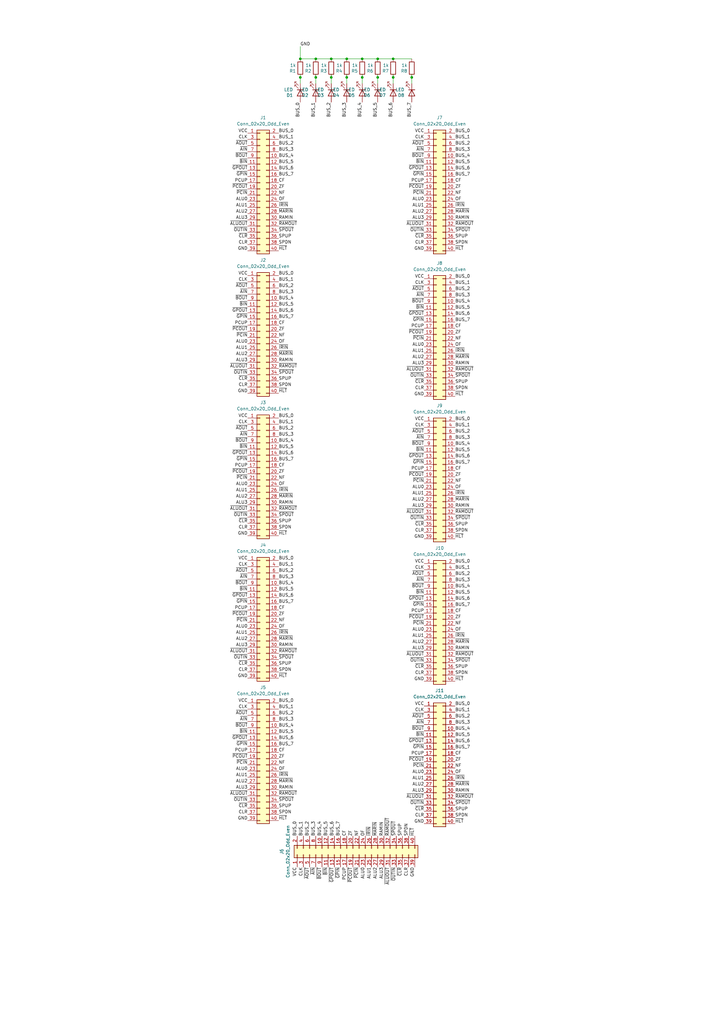
<source format=kicad_sch>
(kicad_sch (version 20211123) (generator eeschema)
  (paper "A3" portrait)
  (lib_symbols
    (symbol "Connector_Generic:Conn_02x20_Odd_Even" (pin_names (offset 1.016) hide)
      (property "Reference" "J" (at 1.27 25.4 0))
      (property "Value" "Conn_02x20_Odd_Even" (at 1.27 -27.94 0))
      (symbol "Conn_02x20_Odd_Even_1_1"
        (rectangle (start -1.27 -25.273) (end 0 -25.527) (stroke (width 0.1524)))
        (rectangle (start -1.27 -22.733) (end 0 -22.987) (stroke (width 0.1524)))
        (rectangle (start -1.27 -20.193) (end 0 -20.447) (stroke (width 0.1524)))
        (rectangle (start -1.27 -17.653) (end 0 -17.907) (stroke (width 0.1524)))
        (rectangle (start -1.27 -15.113) (end 0 -15.367) (stroke (width 0.1524)))
        (rectangle (start -1.27 -12.573) (end 0 -12.827) (stroke (width 0.1524)))
        (rectangle (start -1.27 -10.033) (end 0 -10.287) (stroke (width 0.1524)))
        (rectangle (start -1.27 -7.493) (end 0 -7.747) (stroke (width 0.1524)))
        (rectangle (start -1.27 -4.953) (end 0 -5.207) (stroke (width 0.1524)))
        (rectangle (start -1.27 -2.413) (end 0 -2.667) (stroke (width 0.1524)))
        (rectangle (start -1.27 0.127) (end 0 -0.127) (stroke (width 0.1524)))
        (rectangle (start -1.27 2.667) (end 0 2.413) (stroke (width 0.1524)))
        (rectangle (start -1.27 5.207) (end 0 4.953) (stroke (width 0.1524)))
        (rectangle (start -1.27 7.747) (end 0 7.493) (stroke (width 0.1524)))
        (rectangle (start -1.27 10.287) (end 0 10.033) (stroke (width 0.1524)))
        (rectangle (start -1.27 12.827) (end 0 12.573) (stroke (width 0.1524)))
        (rectangle (start -1.27 15.367) (end 0 15.113) (stroke (width 0.1524)))
        (rectangle (start -1.27 17.907) (end 0 17.653) (stroke (width 0.1524)))
        (rectangle (start -1.27 20.447) (end 0 20.193) (stroke (width 0.1524)))
        (rectangle (start -1.27 22.987) (end 0 22.733) (stroke (width 0.1524)))
        (rectangle (start -1.27 24.13) (end 3.81 -26.67) (stroke (width 0.254)) (fill (type background)))
        (rectangle (start 3.81 -25.273) (end 2.54 -25.527) (stroke (width 0.1524)))
        (rectangle (start 3.81 -22.733) (end 2.54 -22.987) (stroke (width 0.1524)))
        (rectangle (start 3.81 -20.193) (end 2.54 -20.447) (stroke (width 0.1524)))
        (rectangle (start 3.81 -17.653) (end 2.54 -17.907) (stroke (width 0.1524)))
        (rectangle (start 3.81 -15.113) (end 2.54 -15.367) (stroke (width 0.1524)))
        (rectangle (start 3.81 -12.573) (end 2.54 -12.827) (stroke (width 0.1524)))
        (rectangle (start 3.81 -10.033) (end 2.54 -10.287) (stroke (width 0.1524)))
        (rectangle (start 3.81 -7.493) (end 2.54 -7.747) (stroke (width 0.1524)))
        (rectangle (start 3.81 -4.953) (end 2.54 -5.207) (stroke (width 0.1524)))
        (rectangle (start 3.81 -2.413) (end 2.54 -2.667) (stroke (width 0.1524)))
        (rectangle (start 3.81 0.127) (end 2.54 -0.127) (stroke (width 0.1524)))
        (rectangle (start 3.81 2.667) (end 2.54 2.413) (stroke (width 0.1524)))
        (rectangle (start 3.81 5.207) (end 2.54 4.953) (stroke (width 0.1524)))
        (rectangle (start 3.81 7.747) (end 2.54 7.493) (stroke (width 0.1524)))
        (rectangle (start 3.81 10.287) (end 2.54 10.033) (stroke (width 0.1524)))
        (rectangle (start 3.81 12.827) (end 2.54 12.573) (stroke (width 0.1524)))
        (rectangle (start 3.81 15.367) (end 2.54 15.113) (stroke (width 0.1524)))
        (rectangle (start 3.81 17.907) (end 2.54 17.653) (stroke (width 0.1524)))
        (rectangle (start 3.81 20.447) (end 2.54 20.193) (stroke (width 0.1524)))
        (rectangle (start 3.81 22.987) (end 2.54 22.733) (stroke (width 0.1524)))
        (pin passive line (at -5.08 22.86 0) (length 3.81) (name "Pin_1") (number "1"))
        (pin passive line (at 7.62 12.7 180) (length 3.81) (name "Pin_10") (number "10"))
        (pin passive line (at -5.08 10.16 0) (length 3.81) (name "Pin_11") (number "11"))
        (pin passive line (at 7.62 10.16 180) (length 3.81) (name "Pin_12") (number "12"))
        (pin passive line (at -5.08 7.62 0) (length 3.81) (name "Pin_13") (number "13"))
        (pin passive line (at 7.62 7.62 180) (length 3.81) (name "Pin_14") (number "14"))
        (pin passive line (at -5.08 5.08 0) (length 3.81) (name "Pin_15") (number "15"))
        (pin passive line (at 7.62 5.08 180) (length 3.81) (name "Pin_16") (number "16"))
        (pin passive line (at -5.08 2.54 0) (length 3.81) (name "Pin_17") (number "17"))
        (pin passive line (at 7.62 2.54 180) (length 3.81) (name "Pin_18") (number "18"))
        (pin passive line (at -5.08 0 0) (length 3.81) (name "Pin_19") (number "19"))
        (pin passive line (at 7.62 22.86 180) (length 3.81) (name "Pin_2") (number "2"))
        (pin passive line (at 7.62 0 180) (length 3.81) (name "Pin_20") (number "20"))
        (pin passive line (at -5.08 -2.54 0) (length 3.81) (name "Pin_21") (number "21"))
        (pin passive line (at 7.62 -2.54 180) (length 3.81) (name "Pin_22") (number "22"))
        (pin passive line (at -5.08 -5.08 0) (length 3.81) (name "Pin_23") (number "23"))
        (pin passive line (at 7.62 -5.08 180) (length 3.81) (name "Pin_24") (number "24"))
        (pin passive line (at -5.08 -7.62 0) (length 3.81) (name "Pin_25") (number "25"))
        (pin passive line (at 7.62 -7.62 180) (length 3.81) (name "Pin_26") (number "26"))
        (pin passive line (at -5.08 -10.16 0) (length 3.81) (name "Pin_27") (number "27"))
        (pin passive line (at 7.62 -10.16 180) (length 3.81) (name "Pin_28") (number "28"))
        (pin passive line (at -5.08 -12.7 0) (length 3.81) (name "Pin_29") (number "29"))
        (pin passive line (at -5.08 20.32 0) (length 3.81) (name "Pin_3") (number "3"))
        (pin passive line (at 7.62 -12.7 180) (length 3.81) (name "Pin_30") (number "30"))
        (pin passive line (at -5.08 -15.24 0) (length 3.81) (name "Pin_31") (number "31"))
        (pin passive line (at 7.62 -15.24 180) (length 3.81) (name "Pin_32") (number "32"))
        (pin passive line (at -5.08 -17.78 0) (length 3.81) (name "Pin_33") (number "33"))
        (pin passive line (at 7.62 -17.78 180) (length 3.81) (name "Pin_34") (number "34"))
        (pin passive line (at -5.08 -20.32 0) (length 3.81) (name "Pin_35") (number "35"))
        (pin passive line (at 7.62 -20.32 180) (length 3.81) (name "Pin_36") (number "36"))
        (pin passive line (at -5.08 -22.86 0) (length 3.81) (name "Pin_37") (number "37"))
        (pin passive line (at 7.62 -22.86 180) (length 3.81) (name "Pin_38") (number "38"))
        (pin passive line (at -5.08 -25.4 0) (length 3.81) (name "Pin_39") (number "39"))
        (pin passive line (at 7.62 20.32 180) (length 3.81) (name "Pin_4") (number "4"))
        (pin passive line (at 7.62 -25.4 180) (length 3.81) (name "Pin_40") (number "40"))
        (pin passive line (at -5.08 17.78 0) (length 3.81) (name "Pin_5") (number "5"))
        (pin passive line (at 7.62 17.78 180) (length 3.81) (name "Pin_6") (number "6"))
        (pin passive line (at -5.08 15.24 0) (length 3.81) (name "Pin_7") (number "7"))
        (pin passive line (at 7.62 15.24 180) (length 3.81) (name "Pin_8") (number "8"))
        (pin passive line (at -5.08 12.7 0) (length 3.81) (name "Pin_9") (number "9"))
      )
    )
    (symbol "Device:LED" (pin_numbers hide) (pin_names (offset 1.016) hide)
      (property "Reference" "D" (at 0 2.54 0))
      (property "Value" "LED" (at 0 -2.54 0))
      (symbol "LED_0_1"
        (polyline (pts (xy -1.27 -1.27) (xy -1.27 1.27)) (stroke (width 0.254)))
        (polyline (pts (xy -1.27 0) (xy 1.27 0)))
        (polyline (pts (xy 1.27 -1.27) (xy 1.27 1.27) (xy -1.27 0) (xy 1.27 -1.27)) (stroke (width 0.254)))
        (polyline (pts (xy -3.048 -0.762) (xy -4.572 -2.286) (xy -3.81 -2.286) (xy -4.572 -2.286) (xy -4.572 -1.524)))
        (polyline (pts (xy -1.778 -0.762) (xy -3.302 -2.286) (xy -2.54 -2.286) (xy -3.302 -2.286) (xy -3.302 -1.524)))
      )
      (symbol "LED_1_1"
        (pin passive line (at -3.81 0 0) (length 2.54) (name "K") (number "1"))
        (pin passive line (at 3.81 0 180) (length 2.54) (name "A") (number "2"))
      )
    )
    (symbol "Device:R" (pin_numbers hide) (pin_names (offset 0))
      (property "Reference" "R" (at 2.032 0 90))
      (property "Value" "R" (at 0 0 90))
      (symbol "R_0_1"
        (rectangle (start -1.016 -2.54) (end 1.016 2.54) (stroke (width 0.254)))
      )
      (symbol "R_1_1"
        (pin passive line (at 0 3.81 270) (length 1.27) (name "~") (number "1"))
        (pin passive line (at 0 -3.81 90) (length 1.27) (name "~") (number "2"))
      )
    )
  )
  (junction (at 142.24 24.13))
  (junction (at 142.24 31.75))
  (junction (at 135.89 31.75))
  (junction (at 154.94 31.75))
  (junction (at 148.59 24.13))
  (junction (at 135.89 24.13))
  (junction (at 129.54 31.75))
  (junction (at 168.91 31.75))
  (junction (at 123.19 24.13))
  (junction (at 161.29 24.13))
  (junction (at 129.54 24.13))
  (junction (at 148.59 31.75))
  (junction (at 123.19 31.75))
  (junction (at 154.94 24.13))
  (junction (at 161.29 31.75))
  (wire (pts (xy 135.89 24.13) (xy 129.54 24.13)))
  (wire (pts (xy 168.91 30.48) (xy 168.91 31.75)))
  (wire (pts (xy 161.29 24.13) (xy 154.94 24.13)))
  (wire (pts (xy 148.59 31.75) (xy 148.59 34.29)))
  (wire (pts (xy 123.19 24.13) (xy 123.19 19.05)))
  (wire (pts (xy 129.54 30.48) (xy 129.54 31.75)))
  (wire (pts (xy 154.94 31.75) (xy 154.94 34.29)))
  (wire (pts (xy 129.54 31.75) (xy 129.54 34.29)))
  (wire (pts (xy 123.19 31.75) (xy 123.19 34.29)))
  (wire (pts (xy 168.91 24.13) (xy 161.29 24.13)))
  (wire (pts (xy 161.29 30.48) (xy 161.29 31.75)))
  (wire (pts (xy 148.59 24.13) (xy 142.24 24.13)))
  (wire (pts (xy 161.29 31.75) (xy 161.29 34.29)))
  (wire (pts (xy 135.89 30.48) (xy 135.89 31.75)))
  (wire (pts (xy 123.19 30.48) (xy 123.19 31.75)))
  (wire (pts (xy 142.24 31.75) (xy 142.24 34.29)))
  (wire (pts (xy 142.24 30.48) (xy 142.24 31.75)))
  (wire (pts (xy 148.59 30.48) (xy 148.59 31.75)))
  (wire (pts (xy 129.54 24.13) (xy 123.19 24.13)))
  (wire (pts (xy 168.91 31.75) (xy 168.91 34.29)))
  (wire (pts (xy 154.94 30.48) (xy 154.94 31.75)))
  (wire (pts (xy 154.94 24.13) (xy 148.59 24.13)))
  (wire (pts (xy 135.89 31.75) (xy 135.89 34.29)))
  (wire (pts (xy 142.24 24.13) (xy 135.89 24.13)))
  (label "NF" (at 114.3 255.27 0))
  (label "BUS_6" (at 161.29 41.91 270))
  (label "ALU0" (at 101.6 199.39 180))
  (label "~{RAMOUT}" (at 186.69 92.71 0))
  (label "CLR" (at 173.99 335.28 180))
  (label "~{MARIN}" (at 114.3 204.47 0))
  (label "~{BIN}" (at 173.99 67.31 180))
  (label "~{PCIN}" (at 173.99 198.12 180))
  (label "BUS_6" (at 137.16 342.9 90))
  (label "BUS_1" (at 186.69 116.84 0))
  (label "~{ALUOUT}" (at 101.6 326.39 180))
  (label "~{ALUOUT}" (at 173.99 152.4 180))
  (label "CLR" (at 101.6 217.17 180))
  (label "BUS_0" (at 186.69 289.56 0))
  (label "SPDN" (at 114.3 217.17 0))
  (label "ZF" (at 114.3 135.89 0))
  (label "ALU0" (at 173.99 259.08 180))
  (label "BUS_7" (at 114.3 306.07 0))
  (label "~{BOUT}" (at 173.99 64.77 180))
  (label "RAMIN" (at 114.3 148.59 0))
  (label "BUS_7" (at 114.3 189.23 0))
  (label "~{ALUOUT}" (at 173.99 327.66 180))
  (label "BUS_4" (at 186.69 241.3 0))
  (label "BUS_4" (at 114.3 298.45 0))
  (label "ZF" (at 114.3 252.73 0))
  (label "RAMIN" (at 186.69 266.7 0))
  (label "BUS_7" (at 114.3 247.65 0))
  (label "RAMIN" (at 114.3 265.43 0))
  (label "ZF" (at 114.3 194.31 0))
  (label "~{OUTIN}" (at 101.6 95.25 180))
  (label "BUS_5" (at 186.69 67.31 0))
  (label "~{CLR}" (at 101.6 331.47 180))
  (label "BUS_7" (at 186.69 190.5 0))
  (label "~{GPIN}" (at 173.99 190.5 180))
  (label "NF" (at 114.3 196.85 0))
  (label "BUS_1" (at 114.3 57.15 0))
  (label "~{RAMOUT}" (at 186.69 152.4 0))
  (label "~{RAMOUT}" (at 160.02 342.9 90))
  (label "BUS_7" (at 168.91 41.91 270))
  (label "~{GPOUT}" (at 137.16 355.6 270))
  (label "NF" (at 147.32 342.9 90))
  (label "BUS_7" (at 186.69 132.08 0))
  (label "~{RAMOUT}" (at 114.3 267.97 0))
  (label "~{AOUT}" (at 101.6 118.11 180))
  (label "PCUP" (at 101.6 74.93 180))
  (label "BUS_5" (at 114.3 184.15 0))
  (label "~{BOUT}" (at 173.99 299.72 180))
  (label "BUS_7" (at 114.3 72.39 0))
  (label "~{PCIN}" (at 147.32 355.6 270))
  (label "BUS_1" (at 186.69 292.1 0))
  (label "~{OUTIN}" (at 162.56 355.6 270))
  (label "PCUP" (at 173.99 74.93 180))
  (label "~{IRIN}" (at 114.3 143.51 0))
  (label "BUS_0" (at 114.3 54.61 0))
  (label "ALU2" (at 101.6 321.31 180))
  (label "BUS_2" (at 186.69 294.64 0))
  (label "NF" (at 186.69 256.54 0))
  (label "~{GPOUT}" (at 173.99 246.38 180))
  (label "ALU1" (at 173.99 320.04 180))
  (label "ALU3" (at 101.6 265.43 180))
  (label "GND" (at 173.99 220.98 180))
  (label "BUS_3" (at 186.69 121.92 0))
  (label "~{SPOUT}" (at 162.56 342.9 90))
  (label "ALU3" (at 101.6 207.01 180))
  (label "~{GPIN}" (at 101.6 247.65 180))
  (label "~{MARIN}" (at 114.3 146.05 0))
  (label "RAMIN" (at 186.69 325.12 0))
  (label "BUS_5" (at 114.3 125.73 0))
  (label "GND" (at 170.18 355.6 270))
  (label "CF" (at 114.3 191.77 0))
  (label "ALU3" (at 173.99 266.7 180))
  (label "~{ALUOUT}" (at 173.99 92.71 180))
  (label "~{GPOUT}" (at 173.99 69.85 180))
  (label "~{GPOUT}" (at 101.6 303.53 180))
  (label "GND" (at 101.6 102.87 180))
  (label "PCUP" (at 101.6 191.77 180))
  (label "ALU3" (at 157.48 355.6 270))
  (label "CF" (at 186.69 251.46 0))
  (label "SPUP" (at 165.1 342.9 90))
  (label "~{SPOUT}" (at 186.69 213.36 0))
  (label "~{HLT}" (at 114.3 102.87 0))
  (label "BUS_5" (at 114.3 242.57 0))
  (label "~{PCOUT}" (at 173.99 77.47 180))
  (label "~{OUTIN}" (at 173.99 213.36 180))
  (label "BUS_4" (at 186.69 124.46 0))
  (label "CLK" (at 173.99 175.26 180))
  (label "~{AOUT}" (at 173.99 59.69 180))
  (label "~{GPIN}" (at 173.99 72.39 180))
  (label "BUS_5" (at 186.69 185.42 0))
  (label "BUS_3" (at 186.69 62.23 0))
  (label "CLR" (at 173.99 276.86 180))
  (label "BUS_4" (at 114.3 181.61 0))
  (label "ZF" (at 186.69 137.16 0))
  (label "BUS_2" (at 135.89 41.91 270))
  (label "~{GPIN}" (at 173.99 132.08 180))
  (label "~{OUTIN}" (at 173.99 271.78 180))
  (label "ALU1" (at 101.6 143.51 180))
  (label "~{GPIN}" (at 139.7 355.6 270))
  (label "~{AOUT}" (at 173.99 294.64 180))
  (label "CLK" (at 173.99 116.84 180))
  (label "NF" (at 186.69 80.01 0))
  (label "~{IRIN}" (at 186.69 144.78 0))
  (label "BUS_1" (at 124.46 342.9 90))
  (label "BUS_2" (at 114.3 118.11 0))
  (label "~{BIN}" (at 101.6 67.31 180))
  (label "BUS_1" (at 114.3 115.57 0))
  (label "SPDN" (at 114.3 100.33 0))
  (label "OF" (at 186.69 317.5 0))
  (label "~{IRIN}" (at 186.69 320.04 0))
  (label "BUS_3" (at 186.69 180.34 0))
  (label "~{MARIN}" (at 186.69 264.16 0))
  (label "OF" (at 114.3 257.81 0))
  (label "BUS_2" (at 186.69 177.8 0))
  (label "SPUP" (at 114.3 273.05 0))
  (label "ALU0" (at 101.6 82.55 180))
  (label "~{GPIN}" (at 173.99 248.92 180))
  (label "BUS_3" (at 186.69 238.76 0))
  (label "VCC" (at 173.99 289.56 180))
  (label "~{CLR}" (at 101.6 273.05 180))
  (label "BUS_7" (at 114.3 130.81 0))
  (label "BUS_4" (at 186.69 299.72 0))
  (label "~{AIN}" (at 173.99 238.76 180))
  (label "ALU3" (at 101.6 323.85 180))
  (label "PCUP" (at 101.6 133.35 180))
  (label "~{HLT}" (at 114.3 161.29 0))
  (label "VCC" (at 101.6 113.03 180))
  (label "BUS_5" (at 186.69 302.26 0))
  (label "ZF" (at 186.69 195.58 0))
  (label "~{IRIN}" (at 186.69 261.62 0))
  (label "BUS_6" (at 186.69 304.8 0))
  (label "~{OUTIN}" (at 101.6 328.93 180))
  (label "BUS_6" (at 114.3 245.11 0))
  (label "~{GPIN}" (at 101.6 189.23 180))
  (label "OF" (at 186.69 82.55 0))
  (label "~{PCOUT}" (at 101.6 252.73 180))
  (label "~{PCOUT}" (at 101.6 311.15 180))
  (label "PCUP" (at 173.99 251.46 180))
  (label "~{ALUOUT}" (at 101.6 267.97 180))
  (label "BUS_6" (at 186.69 187.96 0))
  (label "ALU1" (at 101.6 201.93 180))
  (label "ALU1" (at 173.99 144.78 180))
  (label "SPUP" (at 186.69 157.48 0))
  (label "~{IRIN}" (at 114.3 201.93 0))
  (label "~{BOUT}" (at 173.99 124.46 180))
  (label "~{MARIN}" (at 114.3 87.63 0))
  (label "GND" (at 101.6 336.55 180))
  (label "BUS_6" (at 186.69 69.85 0))
  (label "NF" (at 186.69 314.96 0))
  (label "ALU0" (at 173.99 82.55 180))
  (label "BUS_5" (at 186.69 243.84 0))
  (label "ALU2" (at 173.99 87.63 180))
  (label "SPDN" (at 186.69 100.33 0))
  (label "BUS_1" (at 129.54 41.91 270))
  (label "SPDN" (at 186.69 276.86 0))
  (label "ALU2" (at 101.6 146.05 180))
  (label "CLK" (at 173.99 292.1 180))
  (label "OF" (at 186.69 142.24 0))
  (label "~{PCIN}" (at 173.99 314.96 180))
  (label "BUS_0" (at 186.69 231.14 0))
  (label "SPDN" (at 114.3 275.59 0))
  (label "~{AIN}" (at 101.6 179.07 180))
  (label "~{RAMOUT}" (at 114.3 151.13 0))
  (label "~{BIN}" (at 101.6 242.57 180))
  (label "~{IRIN}" (at 186.69 203.2 0))
  (label "OF" (at 149.86 342.9 90))
  (label "BUS_4" (at 114.3 240.03 0))
  (label "~{BOUT}" (at 101.6 181.61 180))
  (label "~{ALUOUT}" (at 173.99 269.24 180))
  (label "~{PCIN}" (at 101.6 138.43 180))
  (label "RAMIN" (at 157.48 342.9 90))
  (label "~{BOUT}" (at 173.99 241.3 180))
  (label "~{AIN}" (at 129.54 355.6 270))
  (label "~{RAMOUT}" (at 186.69 210.82 0))
  (label "GND" (at 101.6 219.71 180))
  (label "OF" (at 186.69 200.66 0))
  (label "~{SPOUT}" (at 114.3 212.09 0))
  (label "VCC" (at 101.6 229.87 180))
  (label "BUS_6" (at 186.69 129.54 0))
  (label "~{HLT}" (at 114.3 278.13 0))
  (label "PCUP" (at 142.24 355.6 270))
  (label "~{CLR}" (at 165.1 355.6 270))
  (label "BUS_4" (at 186.69 182.88 0))
  (label "BUS_2" (at 114.3 293.37 0))
  (label "BUS_2" (at 114.3 234.95 0))
  (label "~{CLR}" (at 101.6 156.21 180))
  (label "ZF" (at 186.69 254 0))
  (label "~{GPIN}" (at 173.99 307.34 180))
  (label "ALU1" (at 101.6 260.35 180))
  (label "~{SPOUT}" (at 114.3 95.25 0))
  (label "ALU1" (at 152.4 355.6 270))
  (label "~{SPOUT}" (at 114.3 270.51 0))
  (label "BUS_0" (at 186.69 172.72 0))
  (label "BUS_6" (at 114.3 128.27 0))
  (label "~{PCOUT}" (at 144.78 355.6 270))
  (label "~{CLR}" (at 173.99 332.74 180))
  (label "SPUP" (at 186.69 97.79 0))
  (label "~{CLR}" (at 173.99 274.32 180))
  (label "~{RAMOUT}" (at 186.69 327.66 0))
  (label "~{HLT}" (at 186.69 279.4 0))
  (label "~{AOUT}" (at 101.6 234.95 180))
  (label "SPUP" (at 186.69 332.74 0))
  (label "~{OUTIN}" (at 101.6 153.67 180))
  (label "BUS_3" (at 114.3 120.65 0))
  (label "~{OUTIN}" (at 173.99 330.2 180))
  (label "RAMIN" (at 186.69 90.17 0))
  (label "~{BIN}" (at 101.6 125.73 180))
  (label "~{PCOUT}" (at 173.99 312.42 180))
  (label "BUS_3" (at 129.54 342.9 90))
  (label "CF" (at 186.69 309.88 0))
  (label "CF" (at 114.3 74.93 0))
  (label "BUS_2" (at 114.3 176.53 0))
  (label "~{OUTIN}" (at 173.99 154.94 180))
  (label "BUS_3" (at 114.3 295.91 0))
  (label "ALU0" (at 173.99 142.24 180))
  (label "ALU2" (at 101.6 262.89 180))
  (label "OF" (at 114.3 199.39 0))
  (label "CLK" (at 101.6 173.99 180))
  (label "BUS_0" (at 186.69 54.61 0))
  (label "~{MARIN}" (at 154.94 342.9 90))
  (label "CLK" (at 173.99 233.68 180))
  (label "~{PCIN}" (at 101.6 80.01 180))
  (label "~{SPOUT}" (at 114.3 328.93 0))
  (label "~{ALUOUT}" (at 160.02 355.6 270))
  (label "BUS_4" (at 114.3 64.77 0))
  (label "CLK" (at 101.6 290.83 180))
  (label "VCC" (at 101.6 54.61 180))
  (label "GND" (at 101.6 161.29 180))
  (label "CLK" (at 101.6 115.57 180))
  (label "BUS_7" (at 186.69 307.34 0))
  (label "BUS_3" (at 114.3 179.07 0))
  (label "~{CLR}" (at 101.6 214.63 180))
  (label "~{PCIN}" (at 101.6 196.85 180))
  (label "~{AOUT}" (at 101.6 59.69 180))
  (label "RAMIN" (at 186.69 149.86 0))
  (label "GND" (at 123.19 19.05 0))
  (label "~{OUTIN}" (at 173.99 95.25 180))
  (label "CF" (at 114.3 250.19 0))
  (label "BUS_0" (at 114.3 288.29 0))
  (label "~{HLT}" (at 114.3 219.71 0))
  (label "~{SPOUT}" (at 186.69 330.2 0))
  (label "~{BIN}" (at 173.99 185.42 180))
  (label "~{PCIN}" (at 173.99 256.54 180))
  (label "~{HLT}" (at 186.69 220.98 0))
  (label "BUS_3" (at 186.69 297.18 0))
  (label "NF" (at 186.69 198.12 0))
  (label "GND" (at 101.6 278.13 180))
  (label "BUS_6" (at 186.69 246.38 0))
  (label "~{AOUT}" (at 173.99 119.38 180))
  (label "OF" (at 114.3 140.97 0))
  (label "SPUP" (at 114.3 214.63 0))
  (label "~{HLT}" (at 170.18 342.9 90))
  (label "~{AIN}" (at 173.99 121.92 180))
  (label "CLK" (at 101.6 232.41 180))
  (label "~{RAMOUT}" (at 114.3 209.55 0))
  (label "BUS_0" (at 114.3 171.45 0))
  (label "~{AIN}" (at 101.6 237.49 180))
  (label "~{IRIN}" (at 114.3 260.35 0))
  (label "~{BIN}" (at 173.99 302.26 180))
  (label "~{BOUT}" (at 101.6 123.19 180))
  (label "BUS_0" (at 186.69 114.3 0))
  (label "~{RAMOUT}" (at 186.69 269.24 0))
  (label "ALU2" (at 101.6 204.47 180))
  (label "~{IRIN}" (at 186.69 85.09 0))
  (label "CLR" (at 173.99 218.44 180))
  (label "SPDN" (at 114.3 334.01 0))
  (label "CF" (at 114.3 133.35 0))
  (label "BUS_2" (at 127 342.9 90))
  (label "NF" (at 114.3 313.69 0))
  (label "~{CLR}" (at 173.99 157.48 180))
  (label "~{AIN}" (at 101.6 62.23 180))
  (label "NF" (at 114.3 138.43 0))
  (label "SPUP" (at 114.3 97.79 0))
  (label "~{SPOUT}" (at 186.69 154.94 0))
  (label "~{MARIN}" (at 186.69 147.32 0))
  (label "GND" (at 173.99 337.82 180))
  (label "BUS_5" (at 186.69 127 0))
  (label "ALU0" (at 101.6 257.81 180))
  (label "~{PCIN}" (at 101.6 313.69 180))
  (label "BUS_0" (at 121.92 342.9 90))
  (label "VCC" (at 173.99 231.14 180))
  (label "CLR" (at 173.99 160.02 180))
  (label "ALU0" (at 173.99 317.5 180))
  (label "~{AIN}" (at 101.6 120.65 180))
  (label "BUS_6" (at 114.3 303.53 0))
  (label "ALU0" (at 173.99 200.66 180))
  (label "~{ALUOUT}" (at 101.6 209.55 180))
  (label "ALU3" (at 173.99 149.86 180))
  (label "BUS_1" (at 186.69 175.26 0))
  (label "~{MARIN}" (at 186.69 87.63 0))
  (label "~{IRIN}" (at 114.3 85.09 0))
  (label "~{RAMOUT}" (at 114.3 92.71 0))
  (label "~{MARIN}" (at 186.69 205.74 0))
  (label "BUS_7" (at 186.69 248.92 0))
  (label "CF" (at 114.3 308.61 0))
  (label "~{BIN}" (at 173.99 243.84 180))
  (label "ALU1" (at 173.99 85.09 180))
  (label "ALU2" (at 173.99 264.16 180))
  (label "ALU3" (at 101.6 90.17 180))
  (label "GND" (at 173.99 279.4 180))
  (label "PCUP" (at 173.99 309.88 180))
  (label "~{BOUT}" (at 173.99 182.88 180))
  (label "CLR" (at 101.6 334.01 180))
  (label "NF" (at 114.3 80.01 0))
  (label "CLR" (at 101.6 100.33 180))
  (label "~{GPIN}" (at 101.6 306.07 180))
  (label "~{AOUT}" (at 173.99 177.8 180))
  (label "~{MARIN}" (at 186.69 322.58 0))
  (label "BUS_2" (at 114.3 59.69 0))
  (label "ALU1" (at 173.99 203.2 180))
  (label "~{BIN}" (at 101.6 300.99 180))
  (label "~{CLR}" (at 101.6 97.79 180))
  (label "SPUP" (at 186.69 215.9 0))
  (label "ALU0" (at 101.6 316.23 180))
  (label "ALU0" (at 149.86 355.6 270))
  (label "BUS_7" (at 139.7 342.9 90))
  (label "ALU2" (at 173.99 147.32 180))
  (label "BUS_3" (at 114.3 237.49 0))
  (label "BUS_4" (at 132.08 342.9 90))
  (label "OF" (at 114.3 316.23 0))
  (label "~{AIN}" (at 173.99 180.34 180))
  (label "~{PCOUT}" (at 173.99 137.16 180))
  (label "~{GPOUT}" (at 173.99 187.96 180))
  (label "~{HLT}" (at 114.3 336.55 0))
  (label "CF" (at 186.69 74.93 0))
  (label "~{GPIN}" (at 101.6 130.81 180))
  (label "~{PCOUT}" (at 101.6 194.31 180))
  (label "SPUP" (at 186.69 274.32 0))
  (label "~{HLT}" (at 186.69 162.56 0))
  (label "~{AOUT}" (at 127 355.6 270))
  (label "~{SPOUT}" (at 114.3 153.67 0))
  (label "ALU1" (at 173.99 261.62 180))
  (label "BUS_1" (at 186.69 233.68 0))
  (label "~{AOUT}" (at 101.6 293.37 180))
  (label "~{BOUT}" (at 101.6 240.03 180))
  (label "CF" (at 186.69 193.04 0))
  (label "~{AOUT}" (at 101.6 176.53 180))
  (label "~{GPIN}" (at 101.6 72.39 180))
  (label "BUS_1" (at 114.3 290.83 0))
  (label "CF" (at 142.24 342.9 90))
  (label "CLK" (at 101.6 57.15 180))
  (label "ZF" (at 144.78 342.9 90))
  (label "CLR" (at 101.6 158.75 180))
  (label "BUS_2" (at 186.69 236.22 0))
  (label "CLR" (at 173.99 100.33 180))
  (label "ZF" (at 114.3 77.47 0))
  (label "~{PCOUT}" (at 101.6 77.47 180))
  (label "ZF" (at 186.69 77.47 0))
  (label "ALU2" (at 173.99 322.58 180))
  (label "PCUP" (at 101.6 250.19 180))
  (label "~{AIN}" (at 173.99 62.23 180))
  (label "SPUP" (at 114.3 331.47 0))
  (label "ALU1" (at 101.6 318.77 180))
  (label "CF" (at 186.69 134.62 0))
  (label "BUS_1" (at 114.3 173.99 0))
  (label "ALU2" (at 173.99 205.74 180))
  (label "GND" (at 173.99 102.87 180))
  (label "~{BIN}" (at 173.99 127 180))
  (label "SPDN" (at 186.69 335.28 0))
  (label "~{GPOUT}" (at 101.6 69.85 180))
  (label "SPDN" (at 114.3 158.75 0))
  (label "ALU1" (at 101.6 85.09 180))
  (label "~{PCOUT}" (at 173.99 195.58 180))
  (label "~{OUTIN}" (at 101.6 270.51 180))
  (label "NF" (at 186.69 139.7 0))
  (label "PCUP" (at 101.6 308.61 180))
  (label "BUS_1" (at 114.3 232.41 0))
  (label "~{SPOUT}" (at 186.69 271.78 0))
  (label "~{HLT}" (at 186.69 102.87 0))
  (label "BUS_5" (at 134.62 342.9 90))
  (label "~{GPOUT}" (at 101.6 186.69 180))
  (label "RAMIN" (at 186.69 208.28 0))
  (label "BUS_0" (at 114.3 229.87 0))
  (label "BUS_3" (at 142.24 41.91 270))
  (label "VCC" (at 173.99 114.3 180))
  (label "~{OUTIN}" (at 101.6 212.09 180))
  (label "BUS_4" (at 186.69 64.77 0))
  (label "OF" (at 114.3 82.55 0))
  (label "BUS_3" (at 114.3 62.23 0))
  (label "ZF" (at 186.69 312.42 0))
  (label "BUS_6" (at 114.3 186.69 0))
  (label "~{ALUOUT}" (at 101.6 92.71 180))
  (label "~{AIN}" (at 173.99 297.18 180))
  (label "BUS_6" (at 114.3 69.85 0))
  (label "BUS_2" (at 186.69 59.69 0))
  (label "CLR" (at 167.64 355.6 270))
  (label "BUS_1" (at 186.69 57.15 0))
  (label "~{BIN}" (at 134.62 355.6 270))
  (label "~{SPOUT}" (at 186.69 95.25 0))
  (label "~{PCIN}" (at 173.99 80.01 180))
  (label "VCC" (at 101.6 288.29 180))
  (label "ALU2" (at 101.6 87.63 180))
  (label "BUS_4" (at 148.59 41.91 270))
  (label "SPDN" (at 186.69 218.44 0))
  (label "GND" (at 173.99 162.56 180))
  (label "~{CLR}" (at 173.99 97.79 180))
  (label "RAMIN" (at 114.3 207.01 0))
  (label "~{GPOUT}" (at 101.6 128.27 180))
  (label "BUS_0" (at 123.19 41.91 270))
  (label "ALU0" (at 101.6 140.97 180))
  (label "~{AOUT}" (at 173.99 236.22 180))
  (label "~{IRIN}" (at 114.3 318.77 0))
  (label "~{IRIN}" (at 152.4 342.9 90))
  (label "ZF" (at 114.3 311.15 0))
  (label "~{ALUOUT}" (at 173.99 210.82 180))
  (label "BUS_5" (at 154.94 41.91 270))
  (label "~{PCIN}" (at 173.99 139.7 180))
  (label "~{GPOUT}" (at 173.99 129.54 180))
  (label "~{GPOUT}" (at 173.99 304.8 180))
  (label "ALU2" (at 154.94 355.6 270))
  (label "~{RAMOUT}" (at 114.3 326.39 0))
  (label "~{MARIN}" (at 114.3 262.89 0))
  (label "ALU3" (at 173.99 325.12 180))
  (label "~{PCOUT}" (at 101.6 135.89 180))
  (label "CLK" (at 173.99 57.15 180))
  (label "~{CLR}" (at 173.99 215.9 180))
  (label "VCC" (at 101.6 171.45 180))
  (label "~{PCOUT}" (at 173.99 254 180))
  (label "BUS_0" (at 114.3 113.03 0))
  (label "PCUP" (at 173.99 134.62 180))
  (label "~{ALUOUT}" (at 101.6 151.13 180))
  (label "ALU3" (at 101.6 148.59 180))
  (label "VCC" (at 173.99 54.61 180))
  (label "CLR" (at 101.6 275.59 180))
  (label "SPUP" (at 114.3 156.21 0))
  (label "BUS_2" (at 186.69 119.38 0))
  (label "~{AIN}" (at 101.6 295.91 180))
  (label "OF" (at 186.69 259.08 0))
  (label "BUS_7" (at 186.69 72.39 0))
  (label "~{BOUT}" (at 101.6 64.77 180))
  (label "~{HLT}" (at 186.69 337.82 0))
  (label "BUS_5" (at 114.3 300.99 0))
  (label "SPDN" (at 167.64 342.9 90))
  (label "~{PCIN}" (at 101.6 255.27 180))
  (label "~{GPOUT}" (at 101.6 245.11 180))
  (label "SPDN" (at 186.69 160.02 0))
  (label "~{BOUT}" (at 132.08 355.6 270))
  (label "BUS_5" (at 114.3 67.31 0))
  (label "~{BIN}" (at 101.6 184.15 180))
  (label "RAMIN" (at 114.3 323.85 0))
  (label "RAMIN" (at 114.3 90.17 0))
  (label "ALU3" (at 173.99 90.17 180))
  (label "ALU3" (at 173.99 208.28 180))
  (label "VCC" (at 121.92 355.6 270))
  (label "~{BOUT}" (at 101.6 298.45 180))
  (label "BUS_4" (at 114.3 123.19 0))
  (label "VCC" (at 173.99 172.72 180))
  (label "CLK" (at 124.46 355.6 270))
  (label "~{MARIN}" (at 114.3 321.31 0))
  (label "PCUP" (at 173.99 193.04 180))
  (symbol (lib_id "Device:R") (at 154.94 27.94 180) (unit 1)
    (property "Reference" "R6" (at 153.162 29.1084 0) (effects (justify left)))
    (property "Value" "1k" (at 153.162 26.797 0) (effects (justify left)))
    (property "Footprint" "Resistor_THT:R_Axial_DIN0207_L6.3mm_D2.5mm_P7.62mm_Horizontal" (effects hide))
  )
  (symbol (lib_id "Device:R") (at 129.54 27.94 180) (unit 1)
    (property "Reference" "R2" (at 127.762 29.1084 0) (effects (justify left)))
    (property "Value" "1k" (at 127.762 26.797 0) (effects (justify left)))
    (property "Footprint" "Resistor_THT:R_Axial_DIN0207_L6.3mm_D2.5mm_P7.62mm_Horizontal" (effects hide))
  )
  (symbol (lib_id "Device:R") (at 161.29 27.94 180) (unit 1)
    (property "Reference" "R7" (at 159.512 29.1084 0) (effects (justify left)))
    (property "Value" "1k" (at 159.512 26.797 0) (effects (justify left)))
    (property "Footprint" "Resistor_THT:R_Axial_DIN0207_L6.3mm_D2.5mm_P7.62mm_Horizontal" (effects hide))
  )
  (symbol (lib_id "Connector_Generic:Conn_02x20_Odd_Even") (at 179.07 312.42 0) (unit 1)
    (property "Reference" "J11" (at 180.34 283.21 0))
    (property "Value" "Conn_02x20_Odd_Even" (at 180.34 285.75 0))
    (property "Footprint" "Connector_PinSocket_2.54mm:PinSocket_2x20_P2.54mm_Horizontal" (effects hide))
  )
  (symbol (lib_id "Connector_Generic:Conn_02x20_Odd_Even") (at 179.07 137.16 0) (unit 1)
    (property "Reference" "J8" (at 180.34 107.95 0))
    (property "Value" "Conn_02x20_Odd_Even" (at 180.34 110.49 0))
    (property "Footprint" "Connector_PinSocket_2.54mm:PinSocket_2x20_P2.54mm_Horizontal" (effects hide))
  )
  (symbol (lib_id "Connector_Generic:Conn_02x20_Odd_Even") (at 179.07 77.47 0) (unit 1)
    (property "Reference" "J7" (at 180.34 48.26 0))
    (property "Value" "Conn_02x20_Odd_Even" (at 180.34 50.8 0))
    (property "Footprint" "Connector_PinSocket_2.54mm:PinSocket_2x20_P2.54mm_Horizontal" (effects hide))
  )
  (symbol (lib_id "Device:LED") (at 161.29 38.1 270) (unit 1)
    (property "Reference" "D7" (at 158.2928 39.0906 90) (effects (justify right)))
    (property "Value" "LED" (at 158.2928 36.7792 90) (effects (justify right)))
    (property "Footprint" "LED_THT:LED_D5.0mm" (effects hide))
  )
  (symbol (lib_id "Device:LED") (at 123.19 38.1 270) (unit 1)
    (property "Reference" "D1" (at 120.1928 39.0906 90) (effects (justify right)))
    (property "Value" "LED" (at 120.1928 36.7792 90) (effects (justify right)))
    (property "Footprint" "LED_THT:LED_D5.0mm" (effects hide))
  )
  (symbol (lib_id "Device:R") (at 135.89 27.94 180) (unit 1)
    (property "Reference" "R3" (at 134.112 29.1084 0) (effects (justify left)))
    (property "Value" "1k" (at 134.112 26.797 0) (effects (justify left)))
    (property "Footprint" "Resistor_THT:R_Axial_DIN0207_L6.3mm_D2.5mm_P7.62mm_Horizontal" (effects hide))
  )
  (symbol (lib_id "Device:R") (at 148.59 27.94 180) (unit 1)
    (property "Reference" "R5" (at 146.812 29.1084 0) (effects (justify left)))
    (property "Value" "1k" (at 146.812 26.797 0) (effects (justify left)))
    (property "Footprint" "Resistor_THT:R_Axial_DIN0207_L6.3mm_D2.5mm_P7.62mm_Horizontal" (effects hide))
  )
  (symbol (lib_id "Device:LED") (at 129.54 38.1 270) (unit 1)
    (property "Reference" "D2" (at 126.5428 39.0906 90) (effects (justify right)))
    (property "Value" "LED" (at 126.5428 36.7792 90) (effects (justify right)))
    (property "Footprint" "LED_THT:LED_D5.0mm" (effects hide))
  )
  (symbol (lib_id "Connector_Generic:Conn_02x20_Odd_Even") (at 106.68 77.47 0) (unit 1)
    (property "Reference" "J1" (at 107.95 48.26 0))
    (property "Value" "Conn_02x20_Odd_Even" (at 107.95 50.8 0))
    (property "Footprint" "Connector_PinHeader_2.54mm:PinHeader_2x20_P2.54mm_Horizontal" (effects hide))
  )
  (symbol (lib_id "Device:LED") (at 168.91 38.1 270) (unit 1)
    (property "Reference" "D8" (at 165.9128 39.0906 90) (effects (justify right)))
    (property "Value" "LED" (at 165.9128 36.7792 90) (effects (justify right)))
    (property "Footprint" "LED_THT:LED_D5.0mm" (effects hide))
  )
  (symbol (lib_id "Device:R") (at 168.91 27.94 180) (unit 1)
    (property "Reference" "R8" (at 167.132 29.1084 0) (effects (justify left)))
    (property "Value" "1k" (at 167.132 26.797 0) (effects (justify left)))
    (property "Footprint" "Resistor_THT:R_Axial_DIN0207_L6.3mm_D2.5mm_P7.62mm_Horizontal" (effects hide))
  )
  (symbol (lib_id "Device:R") (at 123.19 27.94 180) (unit 1)
    (property "Reference" "R1" (at 121.412 29.1084 0) (effects (justify left)))
    (property "Value" "1k" (at 121.412 26.797 0) (effects (justify left)))
    (property "Footprint" "Resistor_THT:R_Axial_DIN0207_L6.3mm_D2.5mm_P7.62mm_Horizontal" (effects hide))
  )
  (symbol (lib_id "Connector_Generic:Conn_02x20_Odd_Even") (at 106.68 311.15 0) (unit 1)
    (property "Reference" "J5" (at 107.95 281.94 0))
    (property "Value" "Conn_02x20_Odd_Even" (at 107.95 284.48 0))
    (property "Footprint" "Connector_PinHeader_2.54mm:PinHeader_2x20_P2.54mm_Horizontal" (effects hide))
  )
  (symbol (lib_id "Connector_Generic:Conn_02x20_Odd_Even") (at 179.07 254 0) (unit 1)
    (property "Reference" "J10" (at 180.34 224.79 0))
    (property "Value" "Conn_02x20_Odd_Even" (at 180.34 227.33 0))
    (property "Footprint" "Connector_PinSocket_2.54mm:PinSocket_2x20_P2.54mm_Horizontal" (effects hide))
  )
  (symbol (lib_id "Connector_Generic:Conn_02x20_Odd_Even") (at 106.68 135.89 0) (unit 1)
    (property "Reference" "J2" (at 107.95 106.68 0))
    (property "Value" "Conn_02x20_Odd_Even" (at 107.95 109.22 0))
    (property "Footprint" "Connector_PinHeader_2.54mm:PinHeader_2x20_P2.54mm_Horizontal" (effects hide))
  )
  (symbol (lib_id "Connector_Generic:Conn_02x20_Odd_Even") (at 106.68 252.73 0) (unit 1)
    (property "Reference" "J4" (at 107.95 223.52 0))
    (property "Value" "Conn_02x20_Odd_Even" (at 107.95 226.06 0))
    (property "Footprint" "Connector_PinHeader_2.54mm:PinHeader_2x20_P2.54mm_Horizontal" (effects hide))
  )
  (symbol (lib_id "Device:LED") (at 135.89 38.1 270) (unit 1)
    (property "Reference" "D3" (at 132.8928 39.0906 90) (effects (justify right)))
    (property "Value" "LED" (at 132.8928 36.7792 90) (effects (justify right)))
    (property "Footprint" "LED_THT:LED_D5.0mm" (effects hide))
  )
  (symbol (lib_id "Device:LED") (at 142.24 38.1 270) (unit 1)
    (property "Reference" "D4" (at 139.2428 39.0906 90) (effects (justify right)))
    (property "Value" "LED" (at 139.2428 36.7792 90) (effects (justify right)))
    (property "Footprint" "LED_THT:LED_D5.0mm" (effects hide))
  )
  (symbol (lib_id "Connector_Generic:Conn_02x20_Odd_Even") (at 106.68 194.31 0) (unit 1)
    (property "Reference" "J3" (at 107.95 165.1 0))
    (property "Value" "Conn_02x20_Odd_Even" (at 107.95 167.64 0))
    (property "Footprint" "Connector_PinHeader_2.54mm:PinHeader_2x20_P2.54mm_Horizontal" (effects hide))
  )
  (symbol (lib_id "Device:LED") (at 154.94 38.1 270) (unit 1)
    (property "Reference" "D6" (at 151.9428 39.0906 90) (effects (justify right)))
    (property "Value" "LED" (at 151.9428 36.7792 90) (effects (justify right)))
    (property "Footprint" "LED_THT:LED_D5.0mm" (effects hide))
  )
  (symbol (lib_id "Connector_Generic:Conn_02x20_Odd_Even") (at 179.07 195.58 0) (unit 1)
    (property "Reference" "J9" (at 180.34 166.37 0))
    (property "Value" "Conn_02x20_Odd_Even" (at 180.34 168.91 0))
    (property "Footprint" "Connector_PinSocket_2.54mm:PinSocket_2x20_P2.54mm_Horizontal" (effects hide))
  )
  (symbol (lib_id "Device:LED") (at 148.59 38.1 270) (unit 1)
    (property "Reference" "D5" (at 145.5928 39.0906 90) (effects (justify right)))
    (property "Value" "LED" (at 145.5928 36.7792 90) (effects (justify right)))
    (property "Footprint" "LED_THT:LED_D5.0mm" (effects hide))
  )
  (symbol (lib_id "Device:R") (at 142.24 27.94 180) (unit 1)
    (property "Reference" "R4" (at 140.462 29.1084 0) (effects (justify left)))
    (property "Value" "1k" (at 140.462 26.797 0) (effects (justify left)))
    (property "Footprint" "Resistor_THT:R_Axial_DIN0207_L6.3mm_D2.5mm_P7.62mm_Horizontal" (effects hide))
  )
  (symbol (lib_id "Connector_Generic:Conn_02x20_Odd_Even") (at 144.78 350.52 90) (unit 1)
    (property "Reference" "J6" (at 115.57 349.25 0))
    (property "Value" "Conn_02x20_Odd_Even" (at 118.11 349.25 0))
    (property "Footprint" "Connector_PinHeader_2.54mm:PinHeader_2x20_P2.54mm_Horizontal" (effects hide))
  )
)
</source>
